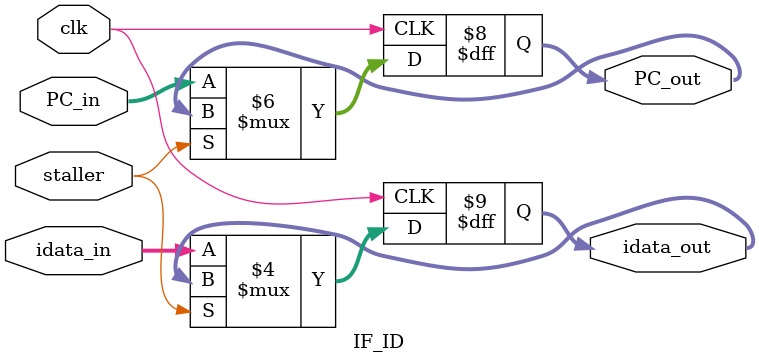
<source format=v>
`timescale 1ns / 1ps

module IF_ID(
	 input clk,
	 input staller,
    input [31:0] PC_in,
    input [31:0] idata_in,
    output reg [31:0] PC_out,
    output reg [31:0] idata_out
    );
	 initial begin
PC_out = 0;
idata_out = 0;
end

always @(posedge clk) begin
if(~staller)begin
PC_out <= PC_in;
idata_out <= idata_in;
end
end
endmodule

</source>
